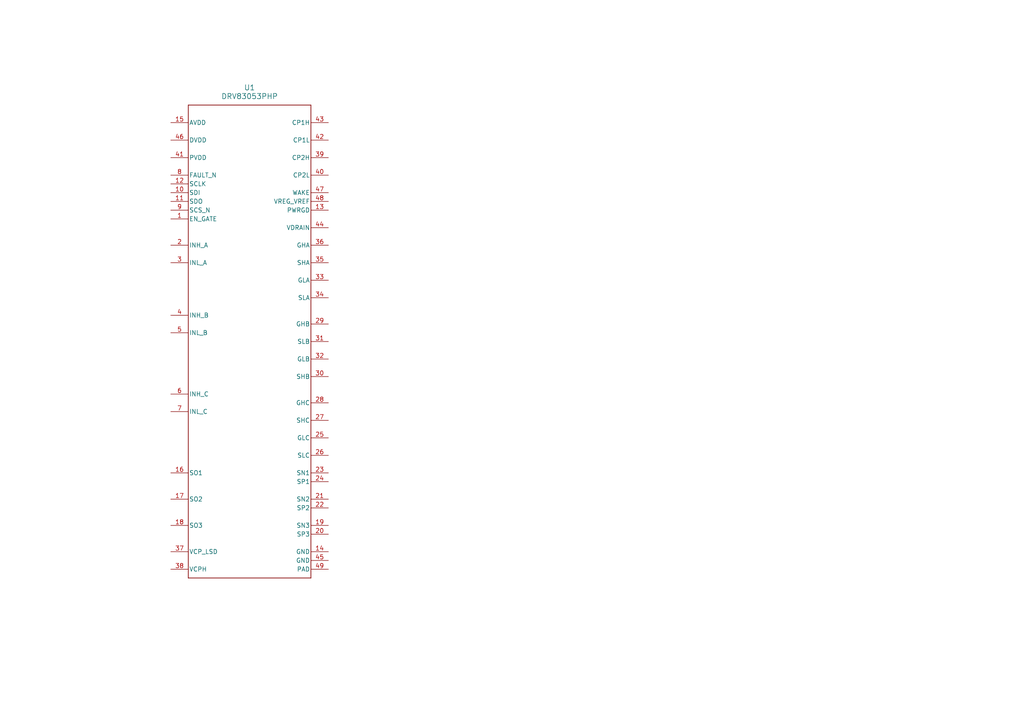
<source format=kicad_sch>
(kicad_sch (version 20231120) (generator "eeschema") (generator_version "8.0")
  (paper "A4")
  (lib_symbols
    (symbol "DRV8305:DRV83053PHP" (pin_names (offset 0.254))
      (property "Reference" "U" (at 0 2.54 0))
      (property "Value" "DRV83053PHP" (at 0 0 0))
      (symbol "DRV83053PHP_0_1"
        (polyline (pts (xy -17.78 -68.58) (xy 17.78 -68.58)) (stroke (width 0.2032)))
        (polyline (pts (xy -17.78 68.58) (xy -17.78 -68.58)) (stroke (width 0.2032)))
        (polyline (pts (xy 17.78 -68.58) (xy 17.78 68.58)) (stroke (width 0.2032)))
        (polyline (pts (xy 17.78 68.58) (xy -17.78 68.58)) (stroke (width 0.2032)))
        (pin input line (at -22.86 35.56 0) (length 5.08) (name "EN_GATE") (number "1"))
        (pin input line (at -22.86 43.18 0) (length 5.08) (name "SDI") (number "10"))
        (pin output line (at -22.86 40.64 0) (length 5.08) (name "SDO") (number "11"))
        (pin input line (at -22.86 45.72 0) (length 5.08) (name "SCLK") (number "12"))
        (pin open_collector line (at 22.86 38.1 180) (length 5.08) (name "PWRGD") (number "13"))
        (pin power_in line (at 22.86 -60.96 180) (length 5.08) (name "GND") (number "14"))
        (pin power_in line (at -22.86 63.5 0) (length 5.08) (name "AVDD") (number "15"))
        (pin output line (at -22.86 -38.1 0) (length 5.08) (name "SO1") (number "16"))
        (pin output line (at -22.86 -45.72 0) (length 5.08) (name "SO2") (number "17"))
        (pin output line (at -22.86 -53.34 0) (length 5.08) (name "SO3") (number "18"))
        (pin input line (at 22.86 -53.34 180) (length 5.08) (name "SN3") (number "19"))
        (pin input line (at -22.86 27.94 0) (length 5.08) (name "INH_A") (number "2"))
        (pin input line (at 22.86 -55.88 180) (length 5.08) (name "SP3") (number "20"))
        (pin input line (at 22.86 -45.72 180) (length 5.08) (name "SN2") (number "21"))
        (pin input line (at 22.86 -48.26 180) (length 5.08) (name "SP2") (number "22"))
        (pin input line (at 22.86 -38.1 180) (length 5.08) (name "SN1") (number "23"))
        (pin input line (at 22.86 -40.64 180) (length 5.08) (name "SP1") (number "24"))
        (pin output line (at 22.86 -27.94 180) (length 5.08) (name "GLC") (number "25"))
        (pin input line (at 22.86 -33.02 180) (length 5.08) (name "SLC") (number "26"))
        (pin input line (at 22.86 -22.86 180) (length 5.08) (name "SHC") (number "27"))
        (pin output line (at 22.86 -17.78 180) (length 5.08) (name "GHC") (number "28"))
        (pin output line (at 22.86 5.08 180) (length 5.08) (name "GHB") (number "29"))
        (pin input line (at -22.86 22.86 0) (length 5.08) (name "INL_A") (number "3"))
        (pin input line (at 22.86 -10.16 180) (length 5.08) (name "SHB") (number "30"))
        (pin input line (at 22.86 0 180) (length 5.08) (name "SLB") (number "31"))
        (pin output line (at 22.86 -5.08 180) (length 5.08) (name "GLB") (number "32"))
        (pin output line (at 22.86 17.78 180) (length 5.08) (name "GLA") (number "33"))
        (pin input line (at 22.86 12.7 180) (length 5.08) (name "SLA") (number "34"))
        (pin input line (at 22.86 22.86 180) (length 5.08) (name "SHA") (number "35"))
        (pin output line (at 22.86 27.94 180) (length 5.08) (name "GHA") (number "36"))
        (pin unspecified line (at -22.86 -60.96 0) (length 5.08) (name "VCP_LSD") (number "37"))
        (pin unspecified line (at -22.86 -66.04 0) (length 5.08) (name "VCPH") (number "38"))
        (pin unspecified line (at 22.86 53.34 180) (length 5.08) (name "CP2H") (number "39"))
        (pin input line (at -22.86 7.62 0) (length 5.08) (name "INH_B") (number "4"))
        (pin unspecified line (at 22.86 48.26 180) (length 5.08) (name "CP2L") (number "40"))
        (pin power_in line (at -22.86 53.34 0) (length 5.08) (name "PVDD") (number "41"))
        (pin unspecified line (at 22.86 58.42 180) (length 5.08) (name "CP1L") (number "42"))
        (pin unspecified line (at 22.86 63.5 180) (length 5.08) (name "CP1H") (number "43"))
        (pin power_in line (at 22.86 33.02 180) (length 5.08) (name "VDRAIN") (number "44"))
        (pin power_in line (at 22.86 -63.5 180) (length 5.08) (name "GND") (number "45"))
        (pin power_in line (at -22.86 58.42 0) (length 5.08) (name "DVDD") (number "46"))
        (pin input line (at 22.86 43.18 180) (length 5.08) (name "WAKE") (number "47"))
        (pin power_in line (at 22.86 40.64 180) (length 5.08) (name "VREG_VREF") (number "48"))
        (pin power_in line (at 22.86 -66.04 180) (length 5.08) (name "PAD") (number "49"))
        (pin input line (at -22.86 2.54 0) (length 5.08) (name "INL_B") (number "5"))
        (pin input line (at -22.86 -15.24 0) (length 5.08) (name "INH_C") (number "6"))
        (pin input line (at -22.86 -20.32 0) (length 5.08) (name "INL_C") (number "7"))
        (pin open_collector line (at -22.86 48.26 0) (length 5.08) (name "FAULT_N") (number "8"))
        (pin input line (at -22.86 38.1 0) (length 5.08) (name "SCS_N") (number "9"))
      )
    )
  )
  (symbol (lib_id "DRV8305:DRV83053PHP") (at 72.39 99.06 0) (unit 1)
    (property "Reference" "U1" (at 72.39 25.4 0) (effects (font (size 1.524 1.524))))
    (property "Value" "DRV83053PHP" (at 72.39 27.94 0) (effects (font (size 1.524 1.524))))
    (property "Footprint" "DRV8305:PHP0048G_N" (effects (hide yes)))
    (property "Datasheet" "DRV83053PHP" (effects (hide yes)))
  )
)
</source>
